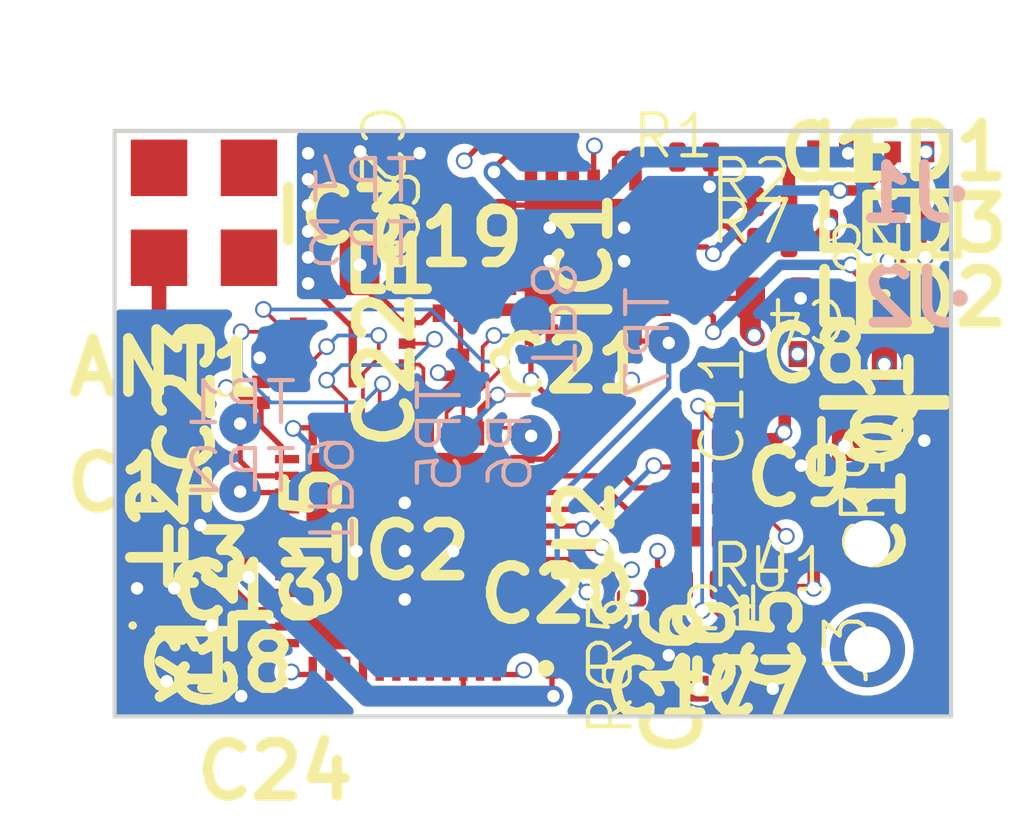
<source format=kicad_pcb>
(kicad_pcb (version 20221018) (generator pcbnew)
  (layers (0 "F.Cu" signal) (1 "In1.Cu" signal) (2 "In2.Cu" signal) (31 "B.Cu" signal) (34 "B.Paste" user) (35 "F.Paste" user) (36 "B.SilkS" user "B.Silkscreen") (37 "F.SilkS" user "F.Silkscreen") (38 "B.Mask" user) (39 "F.Mask" user) (44 "Edge.Cuts" user))
  (net 0 "")
  (net 1 "Net-(ANT1-FEED)")
  (net 5 "GND")
  (net 6 "VBUS")
  (net 7 "+1V8")
  (net 8 "Net-(IC1-DEC)")
  (net 9 "/VSYS")
  (net 10 "Net-(U1-CRST)")
  (net 11 "Net-(U2-VREG)")
  (net 12 "/XC1")
  (net 13 "/XC2")
  (net 14 "Net-(C14-Pad2)")
  (net 15 "Net-(IC2-ANT)")
  (net 16 "Net-(IC1-SW)")
  (net 17 "/VBAT")
  (net 18 "Net-(IC1-NTC)")
  (net 19 "Net-(IC1-ICHG)")
  (net 22 "/~{RST}")
  (net 34 "/BMM350_SDA")
  (net 35 "/BMM350_SCL")
  (net 36 "/BHI360_MISO")
  (net 39 "/BHI360_CS")
  (net 40 "/BHI360_SCK")
  (net 41 "/BHI360_MOSI")
  (net 46 "/QSPI_~{CS}")
  (net 47 "/QSPI_CLK")
  (net 48 "/QSPI_0")
  (net 49 "/QSPI_1")
  (net 50 "/QSPI_2")
  (net 51 "/QSPI_3")
  (net 52 "/BHI360_INT")
  (net 53 "/BAT_LVL")
  (net 54 "/SWD_IO")
  (net 55 "/SWD_CLK")
  (net 56 "/BMM350_INT")
  (net 57 "/SHPHLD")
  (net 58 "/SHPACT")
  (net 59 "/UART_RX")
  (net 60 "/UART_TX")
  (net 62 "/CHG_LED")
  (net 63 "/ERR_LED")
  (net 69 "/BAT_LOW")
  (net 70 "Net-(LED3-K)")
  (net 71 "Net-(LED3-A)")
  (net 72 "Net-(IC2-DEC1)")
  (net 73 "Net-(IC2-DEC3)")
  (net 74 "/DEC_4_6")
  (net 75 "/SWO")
  (footprint "the_backrooms:LEDC1005X35N" (layer "F.Cu") (at 43 20)
    (fp_text reference "LED2")
    (fp_text value "green" hide)
  )
  (footprint "the_backrooms:0402_res" (layer "F.Cu") (at 39.2244 18.669)
    (fp_text reference "R7")
    (fp_text value "100k")
  )
  (footprint "the_backrooms:CAPC0603X33N" (layer "F.Cu") (at 40.2717 22.4917 180)
    (fp_text reference "C9")
    (fp_text value "100nF" hide)
  )
  (footprint "the_backrooms:CAPC1005X55N" (layer "F.Cu") (at 41.1607 16.5354)
    (fp_text reference "C1")
    (fp_text value "2.2uF" hide)
  )
  (footprint "the_backrooms:CAPC1005X55N" (layer "F.Cu") (at 40.7162 21.336)
    (fp_text reference "C8")
    (fp_text value "1uF" hide)
  )
  (footprint "the_backrooms:ECS320837B2CTNTR" (layer "F.Cu") (at 25.781 28.5 -90)
    (fp_text reference "Y1")
    (fp_text value "ECS-320-8-37B2-CTN-TR" hide)
  )
  (footprint "the_backrooms:CAPC0603X33N" (layer "F.Cu") (at 27.7368 29.5148 180)
    (fp_text reference "C24")
    (fp_text value "100nF" hide)
  )
  (footprint "the_backrooms:SOT96P237X111-3N" (layer "F.Cu") (at 42.4053 22.4917 90)
    (fp_text reference "Q1")
    (fp_text value "FDV303N" hide)
  )
  (footprint "the_backrooms:BHI360" (layer "F.Cu") (at 38.6548 24.5364 90)
    (fp_text reference "U2")
    (fp_text value "BHI360" hide)
  )
  (footprint "the_backrooms:0402_res" (layer "F.Cu") (at 38.5298 26.8478 180)
    (fp_text reference "R3")
    (fp_text value "4.7k")
  )
  (footprint "the_backrooms:CAPC0603X33N" (layer "F.Cu") (at 37.9494 28.2424 -90)
    (fp_text reference "C5")
    (fp_text value "100nF" hide)
  )
  (footprint "the_backrooms:CAPC0603X33N" (layer "F.Cu") (at 34.7072 28.8867)
    (fp_text reference "C20")
    (fp_text value "100nF" hide)
  )
  (footprint "the_backrooms:SON50P200X300X60-9N" (layer "F.Cu") (at 29.6926 21.336)
    (fp_text reference "IC3")
    (fp_text value "MX25U2035FZUI-TR" hide)
  )
  (footprint "the_backrooms:FHR1105PTR" (layer "F.Cu") (at 43 16.5)
    (fp_text reference "LED1")
    (fp_text value "red" hide)
  )
  (footprint "the_backrooms:CAPC1005X55N" (layer "F.Cu") (at 37.6047 29.337 180)
    (fp_text reference "C17")
    (fp_text value "1uF" hide)
  )
  (footprint "the_backrooms:0479480001" (layer "F.Cu") (at 26.1366 17.9578 180)
    (fp_text reference "ANT1")
    (fp_text value "0479480001" hide)
  )
  (footprint "the_backrooms:0603_cap" (layer "F.Cu") (at 40.5522 20.0025 180)
    (fp_text reference "C4")
    (fp_text value "10uF")
  )
  (footprint "the_backrooms:LEDC1005X35N" (layer "F.Cu") (at 43 18.2245 180)
    (fp_text reference "LED3")
    (fp_text value "orange" hide)
  )
  (footprint "the_backrooms:0603_cap" (layer "F.Cu") (at 29.8704 16.3411 -90)
    (fp_text reference "C2")
    (fp_text value "10uF")
  )
  (footprint "the_backrooms:INDC2012X105N" (layer "F.Cu") (at 30.5816 19.2024 180)
    (fp_text reference "L1")
    (fp_text value "2.2uH" hide)
  )
  (footprint "the_backrooms:CAPC0603X33N" (layer "F.Cu") (at 24.4475 28.0924 -90)
    (fp_text reference "C12")
    (fp_text value "8pF" hide)
  )
  (footprint "the_backrooms:CAPC0603X33N" (layer "F.Cu") (at 27.5 22.25 90)
    (fp_text reference "C23")
    (fp_text value "100nF" hide)
  )
  (footprint "the_backrooms:CAPC0603X33N" (layer "F.Cu") (at 35.56 29.1592 -90)
    (fp_text reference "C16")
    (fp_text value "100nF" hide)
  )
  (footprint "the_backrooms:LQP03HQ0N5B02D" (layer "F.Cu") (at 25.0698 25.2393 90)
    (fp_text reference "L2")
    (fp_text value "2.2nH" hide)
  )
  (footprint "the_backrooms:0402_res" (layer "F.Cu") (at 39.2244 17.6911)
    (fp_text reference "R2")
    (fp_text value "4.7k")
  )
  (footprint "the_backrooms:CAPC0603X33N" (layer "F.Cu") (at 32.004 20.3581)
    (fp_text reference "C19")
    (fp_text value "100nF" hide)
  )
  (footprint "the_backrooms:CAPC0603X33N" (layer "F.Cu") (at 26.9367 25.9755 -90)
    (fp_text reference "C15")
    (fp_text value "1pF" hide)
  )
  (footprint "the_backrooms:0402_res" (layer "F.Cu") (at 37.3575 16.6243)
    (fp_text reference "R1")
    (fp_text value "10k")
  )
  (footprint "the_backrooms:0402_cap" (layer "F.Cu") (at 39.0271 22.5611 90)
    (fp_text reference "C11")
    (fp_text value "220nF")
  )
  (footprint "the_backrooms:QFN40P600X600X95-49N-D" (layer "F.Cu") (at 30.9372 26.0477 180)
    (fp_text reference "IC2")
    (fp_text value "nRF52840-QFAA-F-R7" hide)
  )
  (footprint "the_backrooms:BMM350" (layer "F.Cu") (at 38.5494 27.6924)
    (fp_text reference "U1")
    (fp_text value "BMM350")
  )
  (footprint "the_backrooms:0603_cap" (layer "F.Cu") (at 31.2928 17.8827 90)
    (fp_text reference "C3")
    (fp_text value "10uF")
  )
  (footprint "the_backrooms:CAPC0603X33N" (layer "F.Cu") (at 39.9494 28.2924 90)
    (fp_text reference "C6")
    (fp_text value "100nF" hide)
  )
  (footprint "the_backrooms:QFN50P400X400X90-25N-D" (layer "F.Cu") (at 35.2044 19.0246 90)
    (fp_text reference "IC1")
    (fp_text value "NPM1100-QDAA-R7" hide)
  )
  (footprint "the_backrooms:CAPC0603X33N" (layer "F.Cu") (at 35.0099 23.3807)
    (fp_text reference "C21")
    (fp_text value "100nF" hide)
  )
  (footprint "the_backrooms:0402_res" (layer "F.Cu") (at 36.3601 28.0729 90)
    (fp_text reference "R5")
    (fp_text value "TBD")
  )
  (footprint "the_backrooms:battery_150mAh" (layer "F.Cu") (at 42 28.4 90)
    (fp_text reference "J3")
    (fp_text value "150mAh")
  )
  (footprint "the_backrooms:CAPC0603X33N" (layer "F.Cu") (at 40.4161 24.8031 -90)
    (fp_text reference "C10")
    (fp_text value "100nF" hide)
  )
  (footprint "the_backrooms:CAPC0603X33N" (layer "F.Cu") (at 24.8198 26.2255)
    (fp_text reference "C14")
    (fp_text value "1.2pF" hide)
  )
  (footprint "the_backrooms:0402_res" (layer "F.Cu") (at 42.4053 24.4167 90)
    (fp_text reference "R9")
    (fp_text value "1M")
  )
  (footprint "the_backrooms:CAPC0603X33N" (layer "F.Cu") (at 27.3812 28.8036)
    (fp_text reference "C13")
    (fp_text value "8pF" hide)
  )
  (footprint "the_backrooms:0402_res" (layer "F.Cu") (at 42 18.2245 180)
    (fp_text reference "R8")
    (fp_text value "150R")
  )
  (footprint "the_backrooms:CAPC0603X33N" (layer "F.Cu") (at 26.3311 26.9367 180)
    (fp_text reference "C18")
    (fp_text value "100pF" hide)
  )
  (footprint "the_backrooms:0402_res" (layer "F.Cu") (at 36.3601 29.4953 90)
    (fp_text reference "R6")
    (fp_text value "TBD")
  )
  (footprint "the_backrooms:LQP03HQ0N5B02D" (layer "F.Cu") (at 25.9588 26.2255 180)
    (fp_text reference "L3")
    (fp_text value "4.7nH" hide)
  )
  (footprint "the_backrooms:0402_res" (layer "F.Cu") (at 39.2244 26.8924)
    (fp_text reference "R4")
    (fp_text value "4.7k")
  )
  (footprint "the_backrooms:CAPC0603X33N" (layer "F.Cu") (at 32.2707 21.6027 90)
    (fp_text reference "C22")
    (fp_text value "100nF" hide)
  )
  (footprint "the_backrooms:CAPC1005X55N" (layer "F.Cu") (at 39.3494 29.337 180)
    (fp_text reference "C7")
    (fp_text value "2.2uF" hide)
  )
  (footprint "the_backrooms:tp_1mm" (layer "B.Cu") (at 29.8704 17.6911 180)
    (fp_text reference "TP4")
    (fp_text value "~")
  )
  (footprint "the_backrooms:tp_1mm" (layer "B.Cu") (at 29.8704 19.2024 180)
    (fp_text reference "TP3")
    (fp_text value "~")
  )
  (footprint "the_backrooms:tp_1mm" (layer "B.Cu") (at 33.9598 23.2918 -90)
    (fp_text reference "TP6")
    (fp_text value "~")
  )
  (footprint "the_backrooms:tp_1mm" (layer "B.Cu") (at 28.6258 24.6253 90)
    (fp_text reference "TP9")
    (fp_text value "~")
  )
  (footprint "the_backrooms:tp_1mm" (layer "B.Cu") (at 37.2491 21.0693 -90)
    (fp_text reference "TP7")
    (fp_text value "~")
  )
  (footprint "the_backrooms:tp_1mm" (layer "B.Cu") (at 32.2707 23.2918 -90)
    (fp_text reference "TP5")
    (fp_text value "~")
  )
  (footprint "the_backrooms:P705100045" (layer "B.Cu") (at 42.9387 17.5 180)
    (fp_text reference "J1")
    (fp_text value "P70-5100045" hide)
  )
  (footprint "the_backrooms:tp_1mm" (layer "B.Cu") (at 27 24.6253 180)
    (fp_text reference "TP2")
    (fp_text value "~")
  )
  (footprint "the_backrooms:tp_1mm" (layer "B.Cu") (at 27 23 180)
    (fp_text reference "TP1")
    (fp_text value "~")
  )
  (footprint "the_backrooms:P705100045" (layer "B.Cu") (at 43 20 180)
    (fp_text reference "J2")
    (fp_text value "P70-5100045" hide)
  )
  (footprint "the_backrooms:tp_1mm" (layer "B.Cu") (at 33.9598 20.447 90)
    (fp_text reference "TP8")
    (fp_text value "~")
  )
  (gr_line (start 24 30) (end 24 16) (stroke (width 0.1)) (layer "Edge.Cuts"))
  (gr_line (start 44 30) (end 44 20) (stroke (width 0.1)) (layer "Edge.Cuts"))
  (gr_line (start 44 16) (end 44 20) (stroke (width 0.1)) (layer "Edge.Cuts"))
  (gr_line (start 44 30) (end 24 30) (stroke (width 0.1)) (layer "Edge.Cuts"))
  (gr_line (start 24 16) (end 44 16) (stroke (width 0.1)) (layer "Edge.Cuts"))
  (segment (start 25.0616 19.0328) (end 25.0616 24.4393) (width 0.34925) (layer "F.Cu") (net 1))
  (segment (start 25.0698 24.4475) (end 25.0616 24.4393) (width 0.25) (layer "F.Cu") (net 1))
  (segment (start 25.0698 24.9643) (end 25.0698 24.4475) (width 0.25) (layer "F.Cu") (net 1))
  (segment (start 33.2044 17.7746) (end 33.9544 17.7746) (width 0.127) (layer "F.Cu") (net 5))
  (segment (start 34.9544 21.0246) (end 34.9544 22.2417) (width 0.127) (layer "F.Cu") (net 5))
  (segment (start 33.2044 19.7746) (end 34.4544 19.7746) (width 0.127) (layer "F.Cu") (net 5))
  (segment (start 34.4544 21.0246) (end 34.4544 19.7746) (width 0.127) (layer "F.Cu") (net 5))
  (segment (start 34.4544 19.7746) (end 35.2044 19.0246) (width 0.127) (layer "F.Cu") (net 5))
  (segment (start 37.2247 29.337) (end 37.2247 28.5613) (width 0.127) (layer "F.Cu") (net 5))
  (segment (start 37.2491 28.2702) (end 37.2491 28.5369) (width 0.127) (layer "F.Cu") (net 5))
  (segment (start 34.9544 19.2746) (end 35.2044 19.0246) (width 0.127) (layer "F.Cu") (net 5))
  (segment (start 40.8051 21.9583) (end 40.5384 21.9583) (width 0.127) (layer "F.Cu") (net 5))
  (segment (start 27.4868 29.2314) (end 27.4868 29.5148) (width 0.127) (layer "F.Cu") (net 5))
  (segment (start 36.3462 29.4092) (end 36.3601 29.3953) (width 0.127) (layer "F.Cu") (net 5))
  (segment (start 31.9372 27.0477) (end 30.9372 26.0477) (width 0.127) (layer "F.Cu") (net 5))
  (segment (start 28.6258 19.6469) (end 29.6926 20.7137) (width 0.127) (layer "F.Cu") (net 5))
  (segment (start 37.9494 27.9924) (end 38.021691 28.064691) (width 0.127) (layer "F.Cu") (net 5))
  (segment (start 32.2707 21.3527) (end 32.2707 20.3748) (width 0.127) (layer "F.Cu") (net 5))
  (segment (start 39.5678 24.5364) (end 40.3994 24.5364) (width 0.127) (layer "F.Cu") (net 5))
  (segment (start 37.1664 29.3953) (end 37.2247 29.337) (width 0.127) (layer "F.Cu") (net 5))
  (segment (start 40.4161 24.5531) (end 40.4161 24.003) (width 0.127) (layer "F.Cu") (net 5))
  (segment (start 35.2599 22.5472) (end 35.2599 23.3807) (width 0.127) (layer "F.Cu") (net 5))
  (segment (start 42.4053 24.3167) (end 42.4053 25.4547) (width 0.25) (layer "F.Cu") (net 5))
  (segment (start 27.6312 29.087) (end 27.4868 29.2314) (width 0.127) (layer "F.Cu") (net 5))
  (segment (start 31.9372 28.9977) (end 31.9372 27.0477) (width 0.127) (layer "F.Cu") (net 5))
  (segment (start 28.0423 22.086) (end 28.3926 22.086) (width 0.127) (layer "F.Cu") (net 5))
  (segment (start 33.9544 17.7746) (end 34.4043 18.2245) (width 0.127) (layer "F.Cu") (net 5))
  (segment (start 40.5217 22.4917) (end 40.5217 21.975) (width 0.127) (layer "F.Cu") (net 5))
  (segment (start 36.3601 29.3953) (end 37.1664 29.3953) (width 0.127) (layer "F.Cu") (net 5))
  (segment (start 40.4161 24.003) (end 40.4161 24.0919) (width 0.127) (layer "F.Cu") (net 5))
  (segment (start 26.9367 25.7255) (end 26.3478 25.7255) (width 0.127) (layer "F.Cu") (net 5))
  (segment (start 24.5698 26.2255) (end 24.5698 26.9033) (width 0.127) (layer "F.Cu") (net 5))
  (segment (start 39.3994 28.5424) (end 39.3494 28.4924) (width 0.127) (layer "F.Cu") (net 5))
  (segment (start 39.9494 29.117) (end 39.7294 29.337) (width 0.127) (layer "F.Cu") (net 5))
  (segment (start 40.5217 21.975) (end 40.5384 21.9583) (width 0.127) (layer "F.Cu") (net 5))
  (segment (start 40.5384 21.9583) (end 39.9161 21.9583) (width 0.127) (layer "F.Cu") (net 5))
  (segment (start 32.254 20.3581) (end 32.254 20.0192) (width 0.127) (layer "F.Cu") (net 5))
  (segment (start 34.4932 18.3134) (end 35.2044 19.0246) (width 0.127) (layer "F.Cu") (net 5))
  (segment (start 37.9494 27.9924) (end 37.5269 27.9924) (width 0.127) (layer "F.Cu") (net 5))
  (segment (start 37.2044 20.2746) (end 36.4544 20.2746) (width 0.127) (layer "F.Cu") (net 5))
  (segment (start 35.1877 29.4092) (end 35.56 29.4092) (width 0.127) (layer "F.Cu") (net 5))
  (segment (start 30.3372 26.6477) (end 30.9372 26.0477) (width 0.127) (layer "F.Cu") (net 5))
  (segment (start 36.4544 20.2746) (end 35.2044 19.0246) (width 0.127) (layer "F.Cu") (net 5))
  (segment (start 24.4475 28.3591) (end 25.2476 29.1592) (width 0.127) (layer "F.Cu") (net 5))
  (segment (start 34.9544 21.0246) (end 34.9544 19.2746) (width 0.127) (layer "F.Cu") (net 5))
  (segment (start 38.521691 28.064691) (end 38.5494 28.0924) (width 0.127) (layer "F.Cu") (net 5))
  (segment (start 34.9572 28.8867) (end 34.9572 29.1787) (width 0.127) (layer "F.Cu") (net 5))
  (segment (start 38.021691 28.064691) (end 38.521691 28.064691) (width 0.127) (layer "F.Cu") (net 5))
  (segment (start 24.5698 26.9033) (end 24.5364 26.9367) (width 0.127) (layer "F.Cu") (net 5))
  (segment (start 40.3994 24.5364) (end 40.4161 24.5531) (width 0.127) (layer "F.Cu") (net 5))
  (segment (start 35.56 29.4092) (end 36.3462 29.4092) (width 0.127) (layer "F.Cu") (net 5))
  (segment (start 37.5269 27.9924) (end 37.2491 28.2702) (width 0.127) (layer "F.Cu") (net 5))
  (segment (start 38.3464 16.5354) (end 38.2575 16.6243) (width 0.3) (layer "F.Cu") (net 5))
  (segment (start 32.2707 20.3748) (end 32.254 20.3581) (width 0.127) (layer "F.Cu") (net 5))
  (segment (start 40.0939 16.5354) (end 38.3464 16.5354) (width 0.3) (layer "F.Cu") (net 5))
  (segment (start 27.5 21.4548) (end 27.4701 21.4249) (width 0.127) (layer "F.Cu") (net 5))
  (segment (start 26.0811 26.9367) (end 25.4254 26.9367) (width 0.127) (layer "F.Cu") (net 5))
  (segment (start 40.1244 17.6911) (end 40.1244 16.5659) (width 0.3) (layer "F.Cu") (net 5))
  (segment (start 41.0962 21.336) (end 41.0962 21.6672) (width 0.127) (layer "F.Cu") (net 5))
  (segment (start 24.4475 28.3424) (end 24.4475 28.3591) (width 0.127) (layer "F.Cu") (net 5))
  (segment (start 27.9872 26.6477) (end 30.3372 26.6477) (width 0.127) (layer "F.Cu") (net 5))
  (segment (start 32.254 20.0192) (end 32.4986 19.7746) (width 0.127) (layer "F.Cu") (net 5))
  (segment (start 41.0962 21.6672) (end 40.8051 21.9583) (width 0.127) (layer "F.Cu") (net 5))
  (segment (start 39.9161 21.9583) (end 39.6189 21.6611) (width 0.127) (layer "F.Cu") (net 5))
  (segment (start 34.4043 18.2245) (end 34.4043 18.3134) (width 0.127) (layer "F.Cu") (net 5))
  (segment (start 40.1244 16.5659) (end 40.0939 16.5354) (width 0.3) (layer "F.Cu") (net 5))
  (segment (start 40.7807 16.5354) (end 40.0939 16.5354) (width 0.3) (layer "F.Cu") (net 5))
  (segment (start 34.4043 18.3134) (end 34.4932 18.3134) (width 0.127) (layer "F.Cu") (net 5))
  (segment (start 39.6189 21.6611) (end 39.0271 21.6611) (width 0.127) (layer "F.Cu") (net 5))
  (segment (start 42.4053 25.4547) (end 42 25.86) (width 0.25) (layer "F.Cu") (net 5))
  (segment (start 40.3827 24.0364) (end 40.4161 24.003) (width 0.127) (layer "F.Cu") (net 5))
  (segment (start 41.0962 21.336) (end 41.0962 20.6965) (width 0.3) (layer "F.Cu") (net 5))
  (segment (start 38.2575 16.6243) (end 38.2575 17.305) (width 0.127) (layer "F.Cu") (net 5))
  (segment (start 27.4868 29.5148) (end 27.0256 29.5148) (width 0.127) (layer "F.Cu") (net 5))
  (segment (start 38.2575 17.305) (end 38.227 17.3355) (width 0.127) (layer "F.Cu") (net 5))
  (segment (start 27.9563 22) (end 28.0423 22.086) (width 0.127) (layer "F.Cu") (net 5))
  (segment (start 34.9544 22.2417) (end 35.2599 22.5472) (width 0.127) (layer "F.Cu") (net 5))
  (segment (start 41.0962 20.6965) (end 40.4022 20.0025) (width 0.3) (layer "F.Cu") (net 5))
  (segment (start 29.6926 20.7137) (end 29.6926 21.336) (width 0.127) (layer "F.Cu") (net 5))
  (segment (start 39.9494 28.5424) (end 39.9494 29.117) (width 0.127) (layer "F.Cu") (net 5))
  (segment (start 34.9572 29.1787) (end 35.1877 29.4092) (width 0.127) (layer "F.Cu") (net 5))
  (segment (start 38.9494 28.0924) (end 38.5494 28.0924) (width 0.127) (layer "F.Cu") (net 5))
  (segment (start 39.5678 24.0364) (end 40.3827 24.0364) (width 0.127) (layer "F.Cu") (net 5))
  (segment (start 27.5 22) (end 27.9563 22) (width 0.127) (layer "F.Cu") (net 5))
  (segment (start 26.3478 25.7255) (end 26.0477 25.4254) (width 0.127) (layer "F.Cu") (net 5))
  (segment (start 39.9494 28.5424) (end 39.3994 28.5424) (width 0.127) (layer "F.Cu") (net 5))
  (segment (start 37.2247 28.5613) (end 37.2491 28.5369) (width 0.127) (layer "F.Cu") (net 5))
  (segment (start 32.4986 19.7746) (end 33.2044 19.7746) (width 0.127) (layer "F.Cu") (net 5))
  (segment (start 27.5 22) (end 27.5 21.4548) (width 0.127) (layer "F.Cu") (net 5))
  (segment (start 27.6312 28.8036) (end 27.6312 29.087) (width 0.127) (layer "F.Cu") (net 5))
  (via (at 28.6258 17.1577) (size 0.4) (drill 0.3) (layers "F.Cu" "B.Cu") (net 5))
  (via (at 40.4022 20.0025) (size 0.4) (drill 0.3) (layers "F.Cu" "B.Cu") (net 5))
  (via (at 30.9372 26.0477) (size 0.4) (drill 0.3) (layers "F.Cu" "B.Cu") (net 5))
  (via (at 27.0256 29.5148) (size 0.4) (drill 0.3) (layers "F.Cu" "B.Cu") (net 5))
  (via (at 36.1823 18.3134) (size 0.4) (drill 0.3) (layers "F.Cu" "B.Cu") (net 5))
  (via (at 40.4161 24.003) (size 0.4) (drill 0.3) (layers "F.Cu" "B.Cu") (net 5))
  (via (at 30.9372 24.892) (size 0.4) (drill 0.3) (layers "F.Cu" "B.Cu") (net 5))
  (via (at 24.5364 26.9367) (size 0.4) (drill 0.3) (layers "F.Cu" "B.Cu") (net 5))
  (via (at 29.7815 26.0477) (size 0.4) (drill 0.3) (layers "F.Cu" "B.Cu") (net 5))
  (via (at 32.0929 26.0477) (size 0.4) (drill 0.3) (layers "F.Cu" "B.Cu") (net 5))
  (via (at 34.4043 19.1135) (size 0.4) (drill 0.3) (layers "F.Cu" "B.Cu") (net 5))
  (via (at 28.6258 19.0246) (size 0.4) (drill 0.3) (layers "F.Cu" "B.Cu") (net 5))
  (via (at 30.9372 27.2034) (size 0.4) (drill 0.3) (layers "F.Cu" "B.Cu") (net 5))
  (via (at 34.4043 18.3134) (size 0.4) (drill 0.3) (layers "F.Cu" "B.Cu") (net 5))
  (via (at 25.4254 26.9367) (size 0.4) (drill 0.3) (layers "F.Cu" "B.Cu") (net 5))
  (via (at 28.6258 19.6469) (size 0.4) (drill 0.3) (layers "F.Cu" "B.Cu") (net 5))
  (via (at 37.2491 28.5369) (size 0.4) (drill 0.3) (layers "F.Cu" "B.Cu") (net 5))
  (via (at 27.4701 21.4249) (size 0.4) (drill 0.3) (layers "F.Cu" "B.Cu") (net 5))
  (via (at 39.7383 29.337) (size 0.4) (drill 0.3) (layers "F.Cu" "B.Cu") (net 5))
  (via (at 26.0477 25.4254) (size 0.4) (drill 0.3) (layers "F.Cu" "B.Cu") (net 5))
  (via (at 28.6258 16.5354) (size 0.4) (drill 0.3) (layers "F.Cu" "B.Cu") (net 5))
  (via (at 25.2476 29.1592) (size 0.4) (drill 0.3) (layers "F.Cu" "B.Cu") (net 5))
  (via (at 29.8704 16.4911) (size 0.4) (drill 0.3) (layers "F.Cu" "B.Cu") (net 5))
  (via (at 26.3144 27.8257) (size 0.4) (drill 0.3) (layers "F.Cu" "B.Cu") (net 5))
  (via (at 43.3603 23.4042) (size 0.4) (drill 0.3) (layers "F.Cu" "B.Cu") (net 5))
  (via (at 38.227 17.3355) (size 0.4) (drill 0.3) (layers "F.Cu" "B.Cu") (net 5))
  (via (at 31.2928 16.5327) (size 0.4) (drill 0.3) (layers "F.Cu" "B.Cu") (net 5))
  (via (at 28.6258 17.78) (size 0.4) (drill 0.3) (layers "F.Cu" "B.Cu") (net 5))
  (via (at 36.1823 19.1135) (size 0.4) (drill 0.3) (layers "F.Cu" "B.Cu") (net 5))
  (via (at 28.6258 18.4023) (size 0.4) (drill 0.3) (layers "F.Cu" "B.Cu") (net 5))
  (segment (start 42.9975 20.0025) (end 43 20) (width 0.5) (layer "B.Cu") (net 5))
  (segment (start 34.3154 16.6243) (end 33.3375 16.6243) (width 0.127) (layer "F.Cu") (net 6))
  (segment (start 33.3375 16.6243) (end 33.0708 16.891) (width 0.127) (layer "F.Cu") (net 6))
  (segment (start 33.0708 16.891) (end 33.0708 16.9799) (width 0.127) (layer "F.Cu") (net 6))
  (segment (start 34.4544 17.0246) (end 34.4544 16.7633) (width 0.127) (layer "F.Cu") (net 6))
  (segment (start 34.4544 16.7633) (end 34.3154 16.6243) (width 0.127) (layer "F.Cu") (net 6))
  (via (at 33.0708 16.9799) (size 0.4) (drill 0.3) (layers "F.Cu" "B.Cu") (net 6))
  (via (at 41.5407 16.5354) (size 0.4) (drill 0.3) (layers "F.Cu" "B.Cu") (net 6))
  (segment (start 41.5407 16.5354) (end 41.4518 16.6243) (width 0.5) (layer "B.Cu") (net 6))
  (segment (start 36.5379 16.6243) (end 35.7378 17.4244) (width 0.5) (layer "B.Cu") (net 6))
  (segment (start 41.4518 16.6243) (end 36.5379 16.6243) (width 0.5) (layer "B.Cu") (net 6))
  (segment (start 42.063 16.6243) (end 42.9387 17.5) (width 0.5) (layer "B.Cu") (net 6))
  (segment (start 41.5407 16.5354) (end 41.6296 16.6243) (width 0.5) (layer "B.Cu") (net 6))
  (segment (start 41.6296 16.6243) (end 42.063 16.6243) (width 0.5) (layer "B.Cu") (net 6))
  (segment (start 35.7378 17.4244) (end 33.5153 17.4244) (width 0.5) (layer "B.Cu") (net 6))
  (segment (start 33.5153 17.4244) (end 33.0708 16.9799) (width 0.5) (layer "B.Cu") (net 6))
  (segment (start 29.8566 19.2024) (end 29.8566 19.5442) (width 0.25) (layer "F.Cu") (net 7))
  (segment (start 36.9824 26.4033) (end 36.9824 26.0477) (width 0.127) (layer "F.Cu") (net 7))
  (segment (start 38.9048 24.0364) (end 39.4048 23.5364) (width 0.127) (layer "F.Cu") (net 7))
  (segment (start 31.5372 23.0977) (end 31.5372 22.5457) (width 0.127) (layer "F.Cu") (net 7))
  (segment (start 37.9494 28.4924) (end 38.5494 28.4924) (width 0.127) (layer "F.Cu") (net 7))
  (segment (start 31.5372 22.5457) (end 32.2302 21.8527) (width 0.127) (layer "F.Cu") (net 7))
  (segment (start 33.8872 23.8477) (end 34.2929 23.8477) (width 0.127) (layer "F.Cu") (net 7))
  (segment (start 37.6298 26.8478) (end 37.4269 26.8478) (width 0.127) (layer "F.Cu") (net 7))
  (segment (start 29.8704 19.1886) (end 29.8704 19.1886) (width 0.25) (layer "F.Cu") (net 7))
  (segment (start 40.4161 25.0531) (end 40.7162 25.3532) (width 0.3) (layer "F.Cu") (net 7))
  (segment (start 39.9494 27.7035) (end 40.1244 27.5285) (width 0.127) (layer "F.Cu") (net 7))
  (segment (start 27.9872 23.5422) (end 27.9872 23.8477) (width 0.127) (layer "F.Cu") (net 7))
  (segment (start 39.3494 28.0924) (end 39.8994 28.0924) (width 0.127) (layer "F.Cu") (net 7))
  (segment (start 26.884219 22.1361) (end 27.248119 22.5) (width 0.25) (layer "F.Cu") (net 7))
  (segment (start 39.5678 25.0364) (end 40.3994 25.0364) (width 0.127) (layer "F.Cu") (net 7))
  (segment (start 28.2865 28.9977) (end 28.7372 28.9977) (width 0.127) (layer "F.Cu") (net 7))
  (segment (start 33.6768 28.9977) (end 33.782 28.8925) (width 0.127) (layer "F.Cu") (net 7))
  (segment (start 40.0217 22.4917) (end 40.0217 23.1862) (width 0.3) (layer "F.Cu") (net 7))
  (segment (start 31.5595 20.3581) (end 31.3316 20.586) (width 0.127) (layer "F.Cu") (net 7))
  (segment (start 32.2302 21.8527) (end 32.2707 21.8527) (width 0.127) (layer "F.Cu") (net 7))
  (segment (start 33.9598 21.9583) (end 34.7599 22.7584) (width 0.127) (layer "F.Cu") (net 7))
  (segment (start 28.22575 28.93695) (end 27.9868 29.1759) (width 0.127) (layer "F.Cu") (net 7))
  (segment (start 31.754 20.3581) (end 31.5595 20.3581) (width 0.127) (layer "F.Cu") (net 7))
  (segment (start 33.9544 21.9529) (end 33.9598 21.9583) (width 0.127) (layer "F.Cu") (net 7))
  (segment (start 37.4269 26.8478) (end 36.9824 26.4033) (width 0.127) (layer "F.Cu") (net 7))
  (segment (start 39.4048 23.5364) (end 39.4048 23.3734) (width 0.127) (layer "F.Cu") (net 7))
  (segment (start 33.1372 28.9977) (end 33.6768 28.9977) (width 0.127) (layer "F.Cu") (net 7))
  (segment (start 40.6719 26.8924) (end 40.7162 26.9367) (width 0.127) (layer "F.Cu") (net 7))
  (segment (start 37.9494 28.4924) (end 37.9494 29.3017) (width 0.127) (layer "F.Cu") (net 7))
  (segment (start 29.8704 19.1886) (end 29.8704 19.2024) (width 0.25) (layer "F.Cu") (net 7))
  (segment (start 31.8095 21.8527) (end 31.7373 21.7805) (width 0.25) (layer "F.Cu") (net 7))
  (segment (start 40.1244 26.8924) (end 40.6719 26.8924) (width 0.127) (layer "F.Cu") (net 7))
  (segment (start 32.2707 21.8527) (end 31.8095 21.8527) (width 0.25) (layer "F.Cu") (net 7))
  (segment (start 40.3994 25.0364) (end 40.4161 25.0531) (width 0.127) (layer "F.Cu") (net 7))
  (segment (start 29.8704 19.2024) (end 29.8566 19.2024) (width 0.25) (layer "F.Cu") (net 7))
  (segment (start 29.8566 19.2024) (end 29.8566 19.2024) (width 0.25) (layer "F.Cu") (net 7))
  (segment (start 27.5 23.055) (end 27.9872 23.5422) (width 0.127) (layer "F.Cu") (net 7))
  (segment (start 26.67 22.1361) (end 26.884219 22.1361) (width 0.25) (layer "F.Cu") (net 7))
  (segment (start 37.9494 29.3017) (end 37.9847 29.337) (width 0.127) (layer "F.Cu") (net 7))
  (segment (start 31.3316 20.586) (end 30.9926 20.586) (width 0.127) (layer "F.Cu") (net 7))
  (segment (start 39.8345 23.3734) (end 40.005 23.2029) (width 0.3) (layer "F.Cu") (net 7))
  (segment (start 27.248119 22.5) (end 27.5 22.5) (width 0.25) (layer "F.Cu") (net 7))
  (segment (start 30.8984 20.586) (end 30.5816 20.2692) (width 0.127) (layer "F.Cu") (net 7))
  (segment (start 33.9544 21.0246) (end 33.9544 21.9529) (width 0.127) (layer "F.Cu") (net 7))
  (segment (start 27.5 22.5) (end 27.5 23.055) (width 0.127) (layer "F.Cu") (net 7))
  (segment (start 28.22575 28.93695) (end 28.2865 28.9977) (width 0.127) (layer "F.Cu") (net 7))
  (segment (start 30.9926 20.586) (end 30.8984 20.586) (width 0.127) (layer "F.Cu") (net 7))
  (segment (start 34.2929 23.8477) (end 34.7599 23.3807) (width 0.127) (layer "F.Cu") (net 7))
  (segment (start 40.1244 27.5285) (end 40.1244 26.8924) (width 0.127) (layer "F.Cu") (net 7))
  (segment (start 29.8566 19.5442) (end 30.5816 20.2692) (width 0.25) (layer "F.Cu") (net 7))
  (segment (start 39.9494 28.0424) (end 39.9494 27.7035) (width 0.127) (layer "F.Cu") (net 7))
  (segment (start 39.8994 28.0924) (end 39.9494 28.0424) (width 0.127) (layer "F.Cu") (net 7))
  (segment (start 34.7599 22.7584) (end 34.7599 23.3807) (width 0.127) (layer "F.Cu") (net 7))
  (segment (start 27.9868 29.1759) (end 27.9868 29.5148) (width 0.127) (layer "F.Cu") (net 7))
  (segment (start 40.0217 23.1862) (end 40.005 23.2029) (width 0.3) (layer "F.Cu") (net 7))
  (segment (start 39.4048 23.3734) (end 39.8345 23.3734) (width 0.3) (layer "F.Cu") (net 7))
  (segment (start 29.8704 17.6911) (end 29.8704 19.1886) (width 0.25) (layer "F.Cu") (net 7))
  (segment (start 40.7162 25.3532) (end 40.7162 26.9367) (width 0.3) (layer "F.Cu") (net 7))
  (via (at 29.8704 19.2024) (size 0.4) (drill 0.3) (layers "F.Cu" "B.Cu") (net 7))
  (via (at 37.9847 29.337) (size 0.4) (drill 0.3) (layers "F.Cu" "B.Cu") (net 7))
  (via (at 40.3362 21.336) (size 0.4) (drill 0.3) (layers "F.Cu" "B.Cu") (net 7))
  (via (at 31.7373 21.7805) (size 0.4) (drill 0.3) (layers "F.Cu" "B.Cu") (net 7))
  (via (at 36.9824 26.0477) (size 0.4) (drill 0.3) (layers "F.Cu" "B.Cu") (net 7))
  (via (at 33.782 28.8925) (size 0.4) (drill 0.3) (layers "F.Cu" "B.Cu") (net 7))
  (via (at 40.005 23.2029) (size 0.4) (drill 0.3) (layers "F.Cu" "B.Cu") (net 7))
  (via (at 33.9598 21.9583) (size 0.4) (drill 0.3) (layers "F.Cu" "B.Cu") (net 7))
  (via (at 40.7162 26.9367) (size 0.4) (drill 0.3) (layers "F.Cu" "B.Cu") (net 7))
  (via (at 28.22575 28.93695) (size 0.4) (drill 0.3) (layers "F.Cu" "B.Cu") (net 7))
  (via (at 26.67 22.1361) (size 0.4) (drill 0.3) (layers "F.Cu" "B.Cu") (net 7))
  (segment (start 31.6011 17.7327) (end 31.2928 17.7327) (width 0.25) (layer "F.Cu") (net 8))
  (segment (start 32.643 18.7746) (end 31.6011 17.7327) (width 0.25) (layer "F.Cu") (net 8))
  (segment (start 33.2044 18.7746) (end 32.643 18.7746) (width 0.25) (layer "F.Cu") (net 8))
  (segment (start 43.35 19.652545) (end 42.810955 19.1135) (width 0.127) (layer "F.Cu") (net 9))
  (segment (start 32.7152 16.3576) (end 32.3596 16.7132) (width 0.127) (layer "F.Cu") (net 9))
  (segment (start 36.3601 21.9583) (end 35.9544 21.5526) (width 0.127) (layer "F.Cu") (net 9))
  (segment (start 34.9544 16.641) (end 34.671 16.3576) (width 0.127) (layer "F.Cu") (net 9))
  (segment (start 37.2044 19.2746) (end 37.8547 19.2746) (width 0.127) (layer "F.Cu") (net 9))
  (segment (start 42.810955 19.1135) (end 42.4942 19.1135) (width 0.127) (layer "F.Cu") (net 9))
  (segment (start 39.2022 20.0025) (end 39.2022 20.7999) (width 0.5) (layer "F.Cu") (net 9))
  (segment (start 35.9544 21.5526) (end 35.9544 21.0246) (width 0.127) (layer "F.Cu") (net 9))
  (segment (start 34.9544 17.0246) (end 34.9544 16.641) (width 0.127) (layer "F.Cu") (net 9))
  (segment (start 37.8547 19.2746) (end 38.5826 20.0025) (width 0.127) (layer "F.Cu") (net 9))
  (segment (start 34.671 16.3576) (end 32.7152 16.3576) (width 0.127) (layer "F.Cu") (net 9))
  (segment (start 40.6555 18.669) (end 41.1 18.2245) (width 0.25) (layer "F.Cu") (net 9))
  (segment (start 38.5826 20.0025) (end 39.2022 20.0025) (width 0.127) (layer "F.Cu") (net 9))
  (segment (start 39.2022 20.7999) (end 39.2938 20.8915) (width 0.5) (layer "F.Cu") (net 9))
  (segment (start 40.1244 18.669) (end 40.6555 18.669) (width 0.25) (layer "F.Cu") (net 9))
  (segment (start 43.35 20) (end 43.35 19.652545) (width 0.127) (layer "F.Cu") (net 9))
  (via (at 41.1 18.2245) (size 0.4) (drill 0.3) (layers "F.Cu" "B.Cu") (net 9))
  (via (at 39.2938 20.8915) (size 0.4) (drill 0.3) (layers "F.Cu" "B.Cu") (net 9))
  (via (at 36.3601 21.9583) (size 0.4) (drill 0.3) (layers "F.Cu" "B.Cu") (net 9))
  (via (at 32.3596 16.7132) (size 0.4) (drill 0.3) (layers "F.Cu" "B.Cu") (net 9))
  (via (at 42.4942 19.1135) (size 0.4) (drill 0.3) (layers "F.Cu" "B.Cu") (net 9))
  (via (at 43.4 16.5) (size 0.4) (drill 0.3) (layers "F.Cu" "B.Cu") (net 9))
  (segment (start 38.9694 28.5124) (end 38.9494 28.4924) (width 0.127) (layer "F.Cu") (net 10))
  (segment (start 38.9694 29.337) (end 38.9694 28.5124) (width 0.127) (layer "F.Cu") (net 10))
  (segment (start 38.9048 23.3734) (end 38.9048 22.5834) (width 0.127) (layer "F.Cu") (net 11))
  (segment (start 38.9048 22.5834) (end 39.0271 22.4611) (width 0.127) (layer "F.Cu") (net 11))
  (segment (start 25.256 28.1897) (end 25.256 27.825) (width 0.127) (layer "F.Cu") (net 12))
  (segment (start 25.256 27.825) (end 24.4649 27.825) (width 0.127) (layer "F.Cu") (net 12))
  (segment (start 24.4649 27.825) (end 24.4475 27.8424) (width 0.127) (layer "F.Cu") (net 12))
  (segment (start 25.574146 28.507846) (end 25.256 28.1897) (width 0.127) (layer "F.Cu") (net 12))
  (segment (start 27.9872 27.8477) (end 27.3592 27.8477) (width 0.127) (layer "F.Cu") (net 12))
  (segment (start 27.3592 27.8477) (end 26.699054 28.507846) (width 0.127) (layer "F.Cu") (net 12))
  (segment (start 26.699054 28.507846) (end 25.574146 28.507846) (width 0.127) (layer "F.Cu") (net 12))
  (segment (start 27.4037 28.2477) (end 27.9872 28.2477) (width 0.127) (layer "F.Cu") (net 13))
  (segment (start 26.306 29.175) (end 26.5653 29.175) (width 0.127) (layer "F.Cu") (net 13))
  (segment (start 27.1312 28.8036) (end 27.1312 28.5202) (width 0.127) (layer "F.Cu") (net 13))
  (segment (start 26.5653 29.175) (end 26.9367 28.8036) (width 0.127) (layer "F.Cu") (net 13))
  (segment (start 27.1312 28.5202) (end 27.4037 28.2477) (width 0.127) (layer "F.Cu") (net 13))
  (segment (start 26.9367 28.8036) (end 27.1312 28.8036) (width 0.127) (layer "F.Cu") (net 13))
  (segment (start 25.0698 25.5143) (end 25.0698 26.2255) (width 0.25) (layer "F.Cu") (net 14))
  (segment (start 25.0698 26.2255) (end 25.6838 26.2255) (width 0.25) (layer "F.Cu") (net 14))
  (segment (start 26.9367 26.2255) (end 27.2923 26.2255) (width 0.25) (layer "F.Cu") (net 15))
  (segment (start 26.9367 26.2255) (end 26.2338 26.2255) (width 0.25) (layer "F.Cu") (net 15))
  (segment (start 27.9872 26.2477) (end 27.3145 26.2477) (width 0.127) (layer "F.Cu") (net 15))
  (segment (start 27.3145 26.2477) (end 27.2923 26.2255) (width 0.127) (layer "F.Cu") (net 15))
  (segment (start 33.2044 19.2746) (end 31.3788 19.2746) (width 0.25) (layer "F.Cu") (net 16))
  (segment (start 31.3788 19.2746) (end 31.3066 19.2024) (width 0.25) (layer "F.Cu") (net 16))
  (segment (start 35.4544 17.0246) (end 35.4544 16.3743) (width 0.127) (layer "F.Cu") (net 17))
  (segment (start 35.4544 16.3743) (end 35.4711 16.3576) (width 0.127) (layer "F.Cu") (net 17))
  (via (at 36.3601 27.1729) (size 0.4) (drill 0.3) (layers "F.Cu" "B.Cu") (net 17))
  (via (at 35.4711 16.3576) (size 0.4) (drill 0.3) (layers "F.Cu" "B.Cu") (net 17))
  (segment (start 35.9544 16.6744) (end 36.0934 16.5354) (width 0.127) (layer "F.Cu") (net 18))
  (segment (start 36.0934 16.5354) (end 37.3686 16.5354) (width 0.127) (layer "F.Cu") (net 18))
  (segment (start 37.3686 16.5354) (end 37.4575 16.6243) (width 0.127) (layer "F.Cu") (net 18))
  (segment (start 35.9544 17.0246) (end 35.9544 16.6744) (width 0.127) (layer "F.Cu") (net 18))
  (segment (start 39.2409 17.7746) (end 39.3244 17.6911) (width 0.127) (layer "F.Cu") (net 19))
  (segment (start 37.2044 17.7746) (end 39.2409 17.7746) (width 0.127) (layer "F.Cu") (net 19))
  (segment (start 31.9372 22.7363) (end 32.80015 21.87335) (width 0.0889) (layer "F.Cu") (net 22))
  (segment (start 31.9372 23.0977) (end 31.9372 22.7363) (width 0.0889) (layer "F.Cu") (net 22))
  (segment (start 32.80015 21.16215) (end 33.0708 20.8915) (width 0.0889) (layer "F.Cu") (net 22))
  (segment (start 32.80015 21.87335) (end 32.80015 21.16215) (width 0.0889) (layer "F.Cu") (net 22))
  (via (at 33.0708 20.8915) (size 0.4) (drill 0.3) (layers "F.Cu" "B.Cu") (net 22))
  (segment (start 33.9598 20.447) (end 33.5153 20.8915) (width 0.0889) (layer "B.Cu") (net 22))
  (segment (start 33.5153 20.8915) (end 33.0708 20.8915) (width 0.0889) (layer "B.Cu") (net 22))
  (segment (start 38.9494 27.3674) (end 38.4298 26.8478) (width 0.127) (layer "F.Cu") (net 34))
  (segment (start 38.4298 26.8478) (end 38.4298 25.7244) (width 0.127) (layer "F.Cu") (net 34))
  (segment (start 38.4298 25.7244) (end 38.4048 25.6994) (width 0.127) (layer "F.Cu") (net 34))
  (segment (start 38.9494 27.6924) (end 38.9494 27.3674) (width 0.127) (layer "F.Cu") (net 34))
  (segment (start 39.3494 27.6924) (end 39.3494 26.9174) (width 0.127) (layer "F.Cu") (net 35))
  (segment (start 39.3494 26.9174) (end 39.3244 26.8924) (width 0.127) (layer "F.Cu") (net 35))
  (segment (start 38.9048 26.4728) (end 39.3244 26.8924) (width 0.127) (layer "F.Cu") (net 35))
  (segment (start 38.9048 25.6994) (end 38.9048 26.4728) (width 0.127) (layer "F.Cu") (net 35))
  (segment (start 37.338 25.4254) (end 37.612 25.6994) (width 0.127) (layer "F.Cu") (net 36))
  (segment (start 37.612 25.6994) (end 37.9048 25.6994) (width 0.127) (layer "F.Cu") (net 36))
  (segment (start 36.0045 25.4254) (end 37.338 25.4254) (width 0.127) (layer "F.Cu") (net 36))
  (segment (start 35.6268 25.0477) (end 36.0045 25.4254) (width 0.127) (layer "F.Cu") (net 36))
  (segment (start 33.8872 25.0477) (end 35.6268 25.0477) (width 0.127) (layer "F.Cu") (net 36))
  (segment (start 36.9269 24.0364) (end 36.8935 24.003) (width 0.127) (layer "F.Cu") (net 39))
  (segment (start 35.1378 25.4477) (end 35.2044 25.5143) (width 0.127) (layer "F.Cu") (net 39))
  (segment (start 37.7428 24.0364) (end 36.9269 24.0364) (width 0.127) (layer "F.Cu") (net 39))
  (segment (start 33.8872 25.4477) (end 35.1378 25.4477) (width 0.127) (layer "F.Cu") (net 39))
  (via (at 36.8935 24.003) (size 0.4) (drill 0.3) (layers "F.Cu" "B.Cu") (net 39))
  (via (at 35.2044 25.5143) (size 0.4) (drill 0.3) (layers "F.Cu" "B.Cu") (net 39))
  (segment (start 36.8935 24.003) (end 35.3822 25.5143) (width 0.127) (layer "B.Cu") (net 39))
  (segment (start 35.3822 25.5143) (end 35.2044 25.5143) (width 0.127) (layer "B.Cu") (net 39))
  (segment (start 36.449 24.5364) (end 37.7428 24.5364) (width 0.127) (layer "F.Cu") (net 40))
  (segment (start 33.8872 24.2477) (end 36.1603 24.2477) (width 0.127) (layer "F.Cu") (net 40))
  (segment (start 36.1603 24.2477) (end 36.449 24.5364) (width 0.127) (layer "F.Cu") (net 40))
  (segment (start 33.8872 24.6477) (end 35.8491 24.6477) (width 0.127) (layer "F.Cu") (net 41))
  (segment (start 35.8491 24.6477) (end 36.2378 25.0364) (width 0.127) (layer "F.Cu") (net 41))
  (segment (start 36.2378 25.0364) (end 37.7428 25.0364) (width 0.127) (layer "F.Cu") (net 41))
  (segment (start 32.3372 22.603) (end 32.6263 22.3139) (width 0.0889) (layer "F.Cu") (net 46))
  (segment (start 28.3926 20.586) (end 27.8758 20.586) (width 0.0889) (layer "F.Cu") (net 46))
  (segment (start 32.6263 22.3139) (end 33.0708 21.8694) (width 0.0889) (layer "F.Cu") (net 46))
  (segment (start 33.2486 21.6916) (end 33.2486 21.5138) (width 0.0889) (layer "F.Cu") (net 46))
  (segment (start 27.8758 20.586) (end 27.559 20.2692) (width 0.0889) (layer "F.Cu") (net 46))
  (segment (start 32.3372 23.0977) (end 32.3372 22.603) (width 0.0889) (layer "F.Cu") (net 46))
  (segment (start 33.0708 21.8694) (end 33.2486 21.6916) (width 0.0889) (layer "F.Cu") (net 46))
  (via (at 27.559 20.2692) (size 0.4) (drill 0.3) (layers "F.Cu" "B.Cu") (net 46))
  (via (at 33.2486 21.5138) (size 0.4) (drill 0.3) (layers "F.Cu" "B.Cu") (net 46))
  (segment (start 32.09685 20.794645) (end 31.571405 20.2692) (width 0.0889) (layer "B.Cu") (net 46))
  (segment (start 32.09685 20.80655) (end 32.09685 20.794645) (width 0.0889) (layer "B.Cu") (net 46))
  (segment (start 33.2486 21.5138) (end 32.8041 21.5138) (width 0.0889) (layer "B.Cu") (net 46))
  (segment (start 31.571405 20.2692) (end 27.559 20.2692) (width 0.0889) (layer "B.Cu") (net 46))
  (segment (start 32.8041 21.5138) (end 32.09685 20.80655) (width 0.0889) (layer "B.Cu") (net 46))
  (segment (start 31.3817 22.4028) (end 31.3817 21.68065) (width 0.0889) (layer "F.Cu") (net 47))
  (segment (start 31.1372 22.6473) (end 31.3817 22.4028) (width 0.0889) (layer "F.Cu") (net 47))
  (segment (start 31.3817 21.68065) (end 31.28705 21.586) (width 0.0889) (layer "F.Cu") (net 47))
  (segment (start 31.28705 21.586) (end 30.9926 21.586) (width 0.0889) (layer "F.Cu") (net 47))
  (segment (start 31.1372 23.0977) (end 31.1372 22.6473) (width 0.0889) (layer "F.Cu") (net 47))
  (segment (start 30.7372 23.0977) (end 30.7372 22.68585) (width 0.0889) (layer "F.Cu") (net 48))
  (segment (start 30.7372 22.68585) (end 30.9926 22.43045) (width 0.0889) (layer "F.Cu") (net 48))
  (segment (start 30.9926 22.43045) (end 30.9926 22.086) (width 0.0889) (layer "F.Cu") (net 48))
  (segment (start 27.482005 20.8026) (end 27.0256 20.8026) (width 0.0889) (layer "F.Cu") (net 49))
  (segment (start 27.765405 21.086) (end 27.482005 20.8026) (width 0.0889) (layer "F.Cu") (net 49))
  (segment (start 28.3926 21.086) (end 27.765405 21.086) (width 0.0889) (layer "F.Cu") (net 49))
  (segment (start 30.3372 22.1138) (end 30.4038 22.0472) (width 0.0889) (layer "F.Cu") (net 49))
  (segment (start 30.3372 23.0977) (end 30.3372 22.1138) (width 0.0889) (layer "F.Cu") (net 49))
  (via (at 27.0256 20.8026) (size 0.4) (drill 0.3) (layers "F.Cu" "B.Cu") (net 49))
  (via (at 30.4038 22.0472) (size 0.4) (drill 0.3) (layers "F.Cu" "B.Cu") (net 49))
  (segment (start 27.7368 22.4917) (end 29.9593 22.4917) (width 0.0889) (layer "B.Cu") (net 49))
  (segment (start 29.9593 22.4917) (end 30.4038 22.0472) (width 0.0889) (layer "B.Cu") (net 49))
  (segment (start 27.02165 20.80655) (end 27.02165 21.77655) (width 0.0889) (layer "B.Cu") (net 49))
  (segment (start 27.02165 21.77655) (end 27.7368 22.4917) (width 0.0889) (layer "B.Cu") (net 49))
  (segment (start 27.0256 20.8026) (end 27.02165 20.80655) (width 0.0889) (layer "B.Cu") (net 49))
  (segment (start 30.3149 21.4249) (end 29.9372 21.8026) (width 0.0889) (layer "F.Cu") (net 50))
  (segment (start 29.9372 21.8026) (end 29.9372 23.0977) (width 0.0889) (layer "F.Cu") (net 50))
  (segment (start 28.3926 21.586) (end 28.6425 21.586) (width 0.0889) (layer "F.Cu") (net 50))
  (segment (start 30.3149 20.8915) (end 30.3149 21.4249) (width 0.0889) (layer "F.Cu") (net 50))
  (segment (start 28.6425 21.586) (end 29.0703 21.1582) (width 0.0889) (layer "F.Cu") (net 50))
  (via (at 29.0703 21.1582) (size 0.4) (drill 0.3) (layers "F.Cu" "B.Cu") (net 50))
  (via (at 30.3149 20.8915) (size 0.4) (drill 0.3) (layers "F.Cu" "B.Cu") (net 50))
  (segment (start 29.0703 21.1582) (end 29.337 20.8915) (width 0.0889) (layer "B.Cu") (net 50))
  (segment (start 29.337 20.8915) (end 30.3149 20.8915) (width 0.0889) (layer "B.Cu") (net 50))
  (segment (start 30.9926 21.086) (end 31.5428 21.086) (width 0.0889) (layer "F.Cu") (net 51))
  (segment (start 29.5372 23.0977) (end 29.5372 22.4252) (width 0.0889) (layer "F.Cu") (net 51))
  (segment (start 31.5428 21.086) (end 31.6484 20.9804) (width 0.0889) (layer "F.Cu") (net 51))
  (segment (start 29.5372 22.4252) (end 29.0703 21.9583) (width 0.0889) (layer "F.Cu") (net 51))
  (via (at 29.0703 21.9583) (size 0.4) (drill 0.3) (layers "F.Cu" "B.Cu") (net 51))
  (via (at 31.6484 20.9804) (size 0.4) (drill 0.3) (layers "F.Cu" "B.Cu") (net 51))
  (segment (start 29.42985 21.59875) (end 29.0703 21.9583) (width 0.0889) (layer "B.Cu") (net 51))
  (segment (start 31.03005 21.59875) (end 29.42985 21.59875) (width 0.0889) (layer "B.Cu") (net 51))
  (segment (start 31.6484 20.9804) (end 31.03005 21.59875) (width 0.0889) (layer "B.Cu") (net 51))
  (segment (start 39.260778 25.311428) (end 39.679828 25.311428) (width 0.0889) (layer "F.Cu") (net 52))
  (segment (start 38.9048 24.5364) (end 39.072282 24.5364) (width 0.0889) (layer "F.Cu") (net 52))
  (segment (start 39.679828 25.311428) (end 40.0605 25.6921) (width 0.0889) (layer "F.Cu") (net 52))
  (segment (start 39.179446 24.643564) (end 39.179446 25.230096) (width 0.0889) (layer "F.Cu") (net 52))
  (segment (start 33.8872 25.8477) (end 34.7377 25.8477) (width 0.127) (layer "F.Cu") (net 52))
  (segment (start 39.179446 25.230096) (end 39.260778 25.311428) (width 0.0889) (layer "F.Cu") (net 52))
  (segment (start 34.7377 25.8477) (end 34.8488 25.9588) (width 0.127) (layer "F.Cu") (net 52))
  (segment (start 34.8718 25.9818) (end 35.6259 25.9818) (width 0.127) (layer "F.Cu") (net 52))
  (segment (start 34.8488 25.9588) (end 34.8718 25.9818) (width 0.127) (layer "F.Cu") (net 52))
  (segment (start 35.6259 25.9818) (end 35.6489 25.9588) (width 0.127) (layer "F.Cu") (net 52))
  (segment (start 39.072282 24.5364) (end 39.179446 24.643564) (width 0.0889) (layer "F.Cu") (net 52))
  (via (at 40.0605 25.6921) (size 0.4) (drill 0.3) (layers "F.Cu" "B.Cu") (net 52))
  (via (at 35.6489 25.9588) (size 0.4) (drill 0.3) (layers "F.Cu" "B.Cu") (net 52))
  (segment (start 33.8872 27.0477) (end 34.5153 27.0477) (width 0.127) (layer "F.Cu") (net 53))
  (segment (start 34.5153 27.0477) (end 35.4405 27.9729) (width 0.127) (layer "F.Cu") (net 53))
  (segment (start 35.4405 27.9729) (end 36.3601 27.9729) (width 0.127) (layer "F.Cu") (net 53))
  (segment (start 36.3601 28.5953) (end 36.3601 27.9729) (width 0.127) (layer "F.Cu") (net 53))
  (segment (start 27.3592 24.2477) (end 27.9872 24.2477) (width 0.127) (layer "F.Cu") (net 54))
  (segment (start 27 23) (end 27 23.8885) (width 0.127) (layer "F.Cu") (net 54))
  (segment (start 27 23.8885) (end 27.3592 24.2477) (width 0.127) (layer "F.Cu") (net 54))
  (via (at 27 23) (size 0.4) (drill 0.3) (layers "F.Cu" "B.Cu") (net 54))
  (segment (start 27 24.6253) (end 27.0224 24.6477) (width 0.127) (layer "F.Cu") (net 55))
  (segment (start 27.0224 24.6477) (end 27.9872 24.6477) (width 0.127) (layer "F.Cu") (net 55))
  (via (at 27 24.6253) (size 0.4) (drill 0.3) (layers "F.Cu" "B.Cu") (net 55))
  (segment (start 38.5494 27.6924) (end 38.3271 27.4701) (width 0.0889) (layer "F.Cu") (net 56))
  (segment (start 38.4048 23.3734) (end 38.4048 23.0251) (width 0.0889) (layer "F.Cu") (net 56))
  (segment (start 38.4048 23.0251) (end 37.9603 22.5806) (width 0.0889) (layer "F.Cu") (net 56))
  (segment (start 38.3271 27.4701) (end 38.0492 27.4701) (width 0.0889) (layer "F.Cu") (net 56))
  (via (at 38.0492 27.4701) (size 0.4) (drill 0.3) (layers "F.Cu" "B.Cu") (net 56))
  (via (at 37.9603 22.5806) (size 0.4) (drill 0.3) (layers "F.Cu" "B.Cu") (net 56))
  (segment (start 38.0492 27.4701) (end 38.0492 22.6695) (width 0.0889) (layer "B.Cu") (net 56))
  (segment (start 38.0492 22.6695) (end 37.9603 22.5806) (width 0.0889) (layer "B.Cu") (net 56))
  (segment (start 38.6327 18.2746) (end 39.0271 18.669) (width 0.127) (layer "F.Cu") (net 57))
  (segment (start 37.2044 18.2746) (end 38.6327 18.2746) (width 0.127) (layer "F.Cu") (net 57))
  (segment (start 39.0271 18.669) (end 39.3244 18.669) (width 0.127) (layer "F.Cu") (net 57))
  (segment (start 34.9154 26.6477) (end 35.2933 27.0256) (width 0.127) (layer "F.Cu") (net 58))
  (segment (start 33.8872 26.6477) (end 34.9154 26.6477) (width 0.127) (layer "F.Cu") (net 58))
  (segment (start 36.4544 21.0246) (end 37.2044 21.0246) (width 0.127) (layer "F.Cu") (net 58))
  (segment (start 37.2044 21.0246) (end 37.2491 21.0693) (width 0.127) (layer "F.Cu") (net 58))
  (via (at 35.2933 27.0256) (size 0.4) (drill 0.3) (layers "F.Cu" "B.Cu") (net 58))
  (via (at 37.2491 21.0693) (size 0.4) (drill 0.3) (layers "F.Cu" "B.Cu") (net 58))
  (segment (start 35.2933 27.0256) (end 34.5821 26.3144) (width 0.127) (layer "B.Cu") (net 58))
  (segment (start 34.5821 24.8031) (end 37.2491 22.1361) (width 0.127) (layer "B.Cu") (net 58))
  (segment (start 37.2491 22.1361) (end 37.2491 21.0693) (width 0.127) (layer "B.Cu") (net 58))
  (segment (start 34.5821 26.3144) (end 34.5821 24.8031) (width 0.127) (layer "B.Cu") (net 58))
  (segment (start 33.7657 23.0977) (end 33.9598 23.2918) (width 0.0889) (layer "F.Cu") (net 59))
  (segment (start 33.1372 23.0977) (end 33.7657 23.0977) (width 0.0889) (layer "F.Cu") (net 59))
  (via (at 33.9598 23.2918) (size 0.4) (drill 0.3) (layers "F.Cu" "B.Cu") (net 59))
  (segment (start 32.7372 22.6475) (end 33.0708 22.3139) (width 0.127) (layer "F.Cu") (net 60))
  (segment (start 33.0708 22.3139) (end 33.1597 22.3139) (width 0.127) (layer "F.Cu") (net 60))
  (segment (start 32.7372 23.0977) (end 32.7372 22.6475) (width 0.127) (layer "F.Cu") (net 60))
  (via (at 33.1597 22.3139) (size 0.4) (drill 0.3) (layers "F.Cu" "B.Cu") (net 60))
  (segment (start 33.1597 22.3139) (end 33.1597 22.4028) (width 0.127) (layer "B.Cu") (net 60))
  (segment (start 33.1597 22.4028) (end 32.2707 23.2918) (width 0.127) (layer "B.Cu") (net 60))
  (segment (start 37.2044 19.7746) (end 37.6435 19.7746) (width 0.127) (layer "F.Cu") (net 62))
  (segment (start 42.4028 20) (end 41.6052 19.2024) (width 0.25) (layer "F.Cu") (net 62))
  (segment (start 37.6435 19.7746) (end 38.1381 20.2692) (width 0.127) (layer "F.Cu") (net 62))
  (segment (start 38.1381 20.2692) (end 38.3159 20.447) (width 0.127) (layer "F.Cu") (net 62))
  (segment (start 38.3159 20.447) (end 38.3159 20.8026) (width 0.127) (layer "F.Cu") (net 62))
  (segment (start 42.65 20) (end 42.4028 20) (width 0.25) (layer "F.Cu") (net 62))
  (via (at 41.6052 19.2024) (size 0.4) (drill 0.3) (layers "F.Cu" "B.Cu") (net 62))
  (via (at 38.3159 20.8026) (size 0.4) (drill 0.3) (layers "F.Cu" "B.Cu") (net 62))
  (segment (start 41.6052 19.2024) (end 39.9161 19.2024) (width 0.25) (layer "B.Cu") (net 62))
  (segment (start 39.9161 19.2024) (end 38.3159 20.8026) (width 0.25) (layer "B.Cu") (net 62))
  (segment (start 42.6 16.5) (end 42.6 16.6963) (width 0.25) (layer "F.Cu") (net 63))
  (segment (start 38.1548 18.7746) (end 38.3159 18.9357) (width 0.127) (layer "F.Cu") (net 63))
  (segment (start 41.9608 17.3355) (end 41.8719 17.4244) (width 0.25) (layer "F.Cu") (net 63))
  (segment (start 41.8719 17.4244) (end 41.3385 17.4244) (width 0.25) (layer "F.Cu") (net 63))
  (segment (start 42.6 16.6963) (end 41.9608 17.3355) (width 0.25) (layer "F.Cu") (net 63))
  (segment (start 37.2044 18.7746) (end 38.1548 18.7746) (width 0.127) (layer "F.Cu") (net 63))
  (via (at 38.3159 18.9357) (size 0.4) (drill 0.3) (layers "F.Cu" "B.Cu") (net 63))
  (via (at 41.3385 17.4244) (size 0.4) (drill 0.3) (layers "F.Cu" "B.Cu") (net 63))
  (segment (start 38.3159 18.9357) (end 39.8272 17.4244) (width 0.25) (layer "B.Cu") (net 63))
  (segment (start 39.8272 17.4244) (end 41.3385 17.4244) (width 0.25) (layer "B.Cu") (net 63))
  (segment (start 33.8872 26.2477) (end 35.276655 26.2477) (width 0.127) (layer "F.Cu") (net 69))
  (segment (start 35.276655 26.2477) (end 35.521155 26.4922) (width 0.127) (layer "F.Cu") (net 69))
  (segment (start 41.4503 23.5417) (end 41.4753 23.5167) (width 0.127) (layer "F.Cu") (net 69))
  (segment (start 41.4753 23.5167) (end 42.4053 23.5167) (width 0.127) (layer "F.Cu") (net 69))
  (segment (start 35.521155 26.4922) (end 36.3601 26.4922) (width 0.127) (layer "F.Cu") (net 69))
  (via (at 41.4503 23.5417) (size 0.4) (drill 0.3) (layers "F.Cu" "B.Cu") (net 69))
  (via (at 36.3601 26.4922) (size 0.4) (drill 0.3) (layers "F.Cu" "B.Cu") (net 69))
  (segment (start 43.35 18.2245) (end 43.35 18.9914) (width 0.127) (layer "F.Cu") (net 70))
  (segment (start 43.35 18.9914) (end 43.3832 19.0246) (width 0.127) (layer "F.Cu") (net 70))
  (via (at 43.3832 19.0246) (size 0.4) (drill 0.3) (layers "F.Cu" "B.Cu") (net 70))
  (via (at 42.4053 21.5792) (size 0.4) (drill 0.3) (layers "F.Cu" "B.Cu") (net 70))
  (segment (start 41.9 18.2245) (end 42.65 18.2245) (width 0.25) (layer "F.Cu") (net 71))
  (segment (start 35.1819 28.2477) (end 35.56 28.6258) (width 0.127) (layer "F.Cu") (net 72))
  (segment (start 33.8872 28.2477) (end 35.1819 28.2477) (width 0.127) (layer "F.Cu") (net 72))
  (segment (start 35.56 28.6258) (end 35.56 28.9092) (width 0.127) (layer "F.Cu") (net 72))
  (segment (start 26.8478 26.9367) (end 26.5811 26.9367) (width 0.127) (layer "F.Cu") (net 73))
  (segment (start 27.9872 27.4477) (end 27.3588 27.4477) (width 0.127) (layer "F.Cu") (net 73))
  (segment (start 27.3588 27.4477) (end 26.8478 26.9367) (width 0.127) (layer "F.Cu") (net 73))
  (segment (start 27.2034 26.67) (end 27.1145 26.7589) (width 0.127) (layer "F.Cu") (net 74))
  (segment (start 34.3154 29.6926) (end 34.4932 29.5148) (width 0.127) (layer "F.Cu") (net 74))
  (segment (start 34.4572 28.8867) (end 34.4572 29.4788) (width 0.127) (layer "F.Cu") (net 74))
  (segment (start 32.3372 29.3146) (end 32.7152 29.6926) (width 0.127) (layer "F.Cu") (net 74))
  (segment (start 27.5811 27.0477) (end 27.2034 26.67) (width 0.127) (layer "F.Cu") (net 74))
  (segment (start 27.9872 27.0477) (end 27.5811 27.0477) (width 0.127) (layer "F.Cu") (net 74))
  (segment (start 32.7152 29.6926) (end 34.3154 29.6926) (width 0.127) (layer "F.Cu") (net 74))
  (segment (start 34.4572 29.4788) (end 34.4932 29.5148) (width 0.127) (layer "F.Cu") (net 74))
  (segment (start 32.3372 28.9977) (end 32.3372 29.3146) (width 0.127) (layer "F.Cu") (net 74))
  (via (at 34.4932 29.5148) (size 0.4) (drill 0.3) (layers "F.Cu" "B.Cu") (net 74))
  (via (at 27.2034 26.67) (size 0.4) (drill 0.3) (layers "F.Cu" "B.Cu") (net 74))
  (segment (start 27.2034 26.67) (end 30.0482 29.5148) (width 0.5) (layer "B.Cu") (net 74))
  (segment (start 30.0482 29.5148) (end 34.4932 29.5148) (width 0.5) (layer "B.Cu") (net 74))
  (segment (start 28.2702 23.114) (end 28.2865 23.0977) (width 0.127) (layer "F.Cu") (net 75))
  (segment (start 28.2865 23.0977) (end 28.7372 23.0977) (width 0.127) (layer "F.Cu") (net 75))
  (via (at 28.2702 23.114) (size 0.4) (drill 0.3) (layers "F.Cu" "B.Cu") (net 75))
  (segment (start 28.6258 23.4696) (end 28.6258 24.6253) (width 0.127) (layer "B.Cu") (net 75))
  (segment (start 28.2702 23.114) (end 28.6258 23.4696) (width 0.127) (layer "B.Cu") (net 75))
  (zone (net 0) (net_name "") (layers "F.Cu" "In1.Cu" "In2.Cu" "B.Cu") (connect_pads yes (clearance 0)) (min_thickness 0.25)
    (keepout (tracks not_allowed) (vias not_allowed) (pads not_allowed) (copperpour not_allowed) (footprints allowed))
    (fill (thermal_gap 0.5) (thermal_bridge_width 0.5))
    (polygon (pts (xy 24.003 16.002) (xy 28.3591 16.002) (xy 28.3591 20.2692) (xy 24.003 20.2692)))
  )
  (zone (net 5) (net_name "GND") (layers "In1.Cu" "B.Cu") (connect_pads yes (clearance 0.2)) (min_thickness 0.25) (fill yes (thermal_gap 0.5) (thermal_bridge_width 0.5))
    (polygon (pts (xy 24.003 16.002) (xy 44.0055 16.002) (xy 44.0055 30.0482) (xy 24.003 30.0482)))
  )
)
</source>
